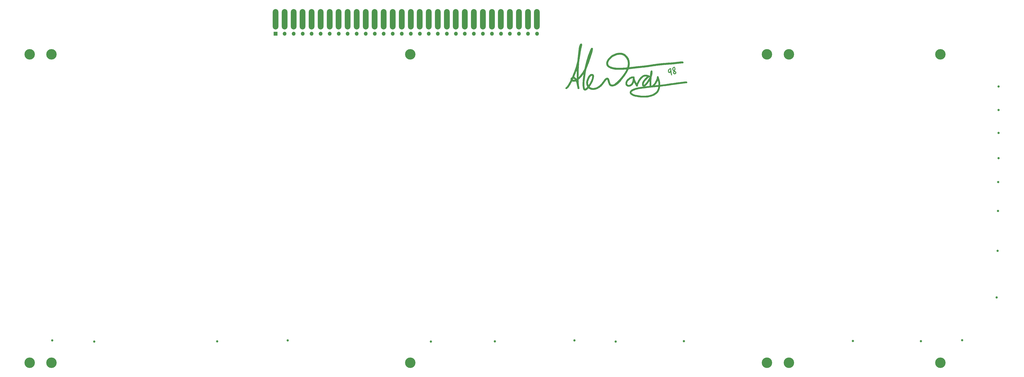
<source format=gbr>
%TF.GenerationSoftware,KiCad,Pcbnew,(6.99.0-2452-gdb4f2d9dd8)*%
%TF.CreationDate,2022-09-13T14:43:30+02:00*%
%TF.ProjectId,BEAMal_Rev1,4245414d-616c-45f5-9265-76312e6b6963,rev?*%
%TF.SameCoordinates,PXe1237f8PYe7db780*%
%TF.FileFunction,Soldermask,Top*%
%TF.FilePolarity,Negative*%
%FSLAX46Y46*%
G04 Gerber Fmt 4.6, Leading zero omitted, Abs format (unit mm)*
G04 Created by KiCad (PCBNEW (6.99.0-2452-gdb4f2d9dd8)) date 2022-09-13 14:43:30*
%MOMM*%
%LPD*%
G01*
G04 APERTURE LIST*
%ADD10C,1.000000*%
%ADD11C,4.600000*%
%ADD12O,2.500000X8.970000*%
%ADD13R,1.700000X1.700000*%
%ADD14O,1.700000X1.700000*%
G04 APERTURE END LIST*
%TO.C,G\u002A\u002A\u002A*%
G36*
X365291451Y-141195909D02*
G01*
X365303525Y-141136286D01*
X365366668Y-140948274D01*
X365460901Y-140772389D01*
X365582234Y-140613759D01*
X365726678Y-140477514D01*
X365890243Y-140368784D01*
X365907661Y-140359536D01*
X366047873Y-140293024D01*
X366168773Y-140250555D01*
X366277091Y-140230903D01*
X366379555Y-140232840D01*
X366481863Y-140254828D01*
X366580642Y-140296974D01*
X366658212Y-140354709D01*
X366712232Y-140423032D01*
X366740363Y-140496942D01*
X366740262Y-140571438D01*
X366709591Y-140641519D01*
X366679061Y-140676168D01*
X366631649Y-140720107D01*
X366671285Y-140747869D01*
X366704965Y-140777718D01*
X366729935Y-140817200D01*
X366747879Y-140872319D01*
X366760482Y-140949081D01*
X366769428Y-141053490D01*
X366772605Y-141109072D01*
X366791804Y-141436150D01*
X366814213Y-141730657D01*
X366840316Y-141996203D01*
X366870602Y-142236399D01*
X366905556Y-142454856D01*
X366945665Y-142655187D01*
X366991415Y-142841001D01*
X367018988Y-142937747D01*
X367047676Y-143037686D01*
X367064825Y-143110766D01*
X367071006Y-143164335D01*
X367066788Y-143205737D01*
X367052744Y-143242321D01*
X367043898Y-143258278D01*
X366986664Y-143324402D01*
X366915181Y-143359223D01*
X366835639Y-143361423D01*
X366754226Y-143329680D01*
X366743033Y-143322453D01*
X366712513Y-143299047D01*
X366688557Y-143271590D01*
X366667126Y-143232567D01*
X366644180Y-143174464D01*
X366615678Y-143089767D01*
X366612284Y-143079291D01*
X366556529Y-142885047D01*
X366505238Y-142663009D01*
X366460181Y-142421570D01*
X366427517Y-142202933D01*
X366396976Y-141972365D01*
X366328257Y-142068330D01*
X366233774Y-142176854D01*
X366127323Y-142258435D01*
X366013521Y-142311395D01*
X365896986Y-142334058D01*
X365782336Y-142324747D01*
X365701054Y-142296107D01*
X365608681Y-142234743D01*
X365518657Y-142144378D01*
X365436051Y-142032194D01*
X365365929Y-141905373D01*
X365313360Y-141771097D01*
X365301658Y-141730005D01*
X365281081Y-141612372D01*
X365272551Y-141474697D01*
X365274078Y-141411557D01*
X365700175Y-141411557D01*
X365704481Y-141552980D01*
X365735714Y-141681637D01*
X365741226Y-141695517D01*
X365771167Y-141757091D01*
X365807178Y-141816437D01*
X365843152Y-141864901D01*
X365872987Y-141893832D01*
X365884287Y-141898286D01*
X365909742Y-141886049D01*
X365945214Y-141855864D01*
X365952467Y-141848393D01*
X366024653Y-141758282D01*
X366092262Y-141645628D01*
X366156432Y-141507685D01*
X366218301Y-141341708D01*
X366279007Y-141144954D01*
X366339690Y-140914676D01*
X366339697Y-140914647D01*
X366360021Y-140843452D01*
X366381563Y-140798042D01*
X366409813Y-140768171D01*
X366423062Y-140759006D01*
X366476425Y-140725218D01*
X366403692Y-140692420D01*
X366315571Y-140668349D01*
X366264416Y-140670420D01*
X366190750Y-140693532D01*
X366104184Y-140737908D01*
X366015267Y-140797117D01*
X365934549Y-140864733D01*
X365916799Y-140882286D01*
X365831108Y-140992731D01*
X365765260Y-141123228D01*
X365721025Y-141265571D01*
X365700175Y-141411557D01*
X365274078Y-141411557D01*
X365276022Y-141331153D01*
X365291451Y-141195909D01*
G37*
G36*
X367567855Y-141978097D02*
G01*
X367620764Y-141806623D01*
X367671580Y-141671709D01*
X367722955Y-141544500D01*
X367606586Y-141438446D01*
X367463259Y-141287958D01*
X367345966Y-141123127D01*
X367258346Y-140949764D01*
X367211992Y-140808555D01*
X367185920Y-140633320D01*
X367188940Y-140510028D01*
X367622783Y-140510028D01*
X367627005Y-140646356D01*
X367655583Y-140775378D01*
X367681423Y-140838689D01*
X367710902Y-140889486D01*
X367752462Y-140949388D01*
X367800100Y-141011100D01*
X367847812Y-141067330D01*
X367889595Y-141110787D01*
X367919446Y-141134176D01*
X367926413Y-141136286D01*
X367939676Y-141120727D01*
X367962006Y-141079372D01*
X367989216Y-141020206D01*
X367997443Y-141000805D01*
X368060408Y-140821627D01*
X368094609Y-140651542D01*
X368101829Y-140480058D01*
X368097720Y-140410572D01*
X368088706Y-140296800D01*
X368083819Y-140212789D01*
X368083018Y-140152256D01*
X368086263Y-140108916D01*
X368093516Y-140076485D01*
X368095573Y-140070393D01*
X368101677Y-140046443D01*
X368092556Y-140034343D01*
X368060523Y-140030067D01*
X368017640Y-140029572D01*
X367910799Y-140041272D01*
X367824560Y-140078773D01*
X367750824Y-140145680D01*
X367747387Y-140149782D01*
X367683860Y-140252482D01*
X367642030Y-140375650D01*
X367622783Y-140510028D01*
X367188940Y-140510028D01*
X367190393Y-140450724D01*
X367223692Y-140268887D01*
X367284100Y-140095926D01*
X367369899Y-139939963D01*
X367406389Y-139889899D01*
X367505444Y-139780501D01*
X367611469Y-139698883D01*
X367730368Y-139642452D01*
X367868046Y-139608616D01*
X368030410Y-139594784D01*
X368080212Y-139594143D01*
X368180297Y-139596853D01*
X368251916Y-139606671D01*
X368302597Y-139626127D01*
X368339871Y-139657750D01*
X368362302Y-139688941D01*
X368388234Y-139763171D01*
X368382929Y-139844434D01*
X368352989Y-139912963D01*
X368340612Y-139938684D01*
X368348925Y-139957679D01*
X368383528Y-139979986D01*
X368393352Y-139985328D01*
X368435054Y-140013836D01*
X368466173Y-140052045D01*
X368489177Y-140106228D01*
X368506534Y-140182664D01*
X368520711Y-140287628D01*
X368523863Y-140317252D01*
X368531349Y-140565831D01*
X368503200Y-140812003D01*
X368440053Y-141052348D01*
X368344608Y-141279375D01*
X368290190Y-141387176D01*
X368375845Y-141440592D01*
X368438597Y-141479217D01*
X368514143Y-141525008D01*
X368572393Y-141559871D01*
X368702508Y-141654793D01*
X368807315Y-141768168D01*
X368883501Y-141895324D01*
X368927755Y-142031589D01*
X368933834Y-142069620D01*
X368934622Y-142161637D01*
X368919279Y-142270016D01*
X368890765Y-142380259D01*
X368852038Y-142477869D01*
X368849478Y-142482960D01*
X368791937Y-142569793D01*
X368710173Y-142659155D01*
X368614263Y-142741733D01*
X368514282Y-142808215D01*
X368476357Y-142827772D01*
X368355021Y-142870459D01*
X368224568Y-142892287D01*
X368096383Y-142892517D01*
X367981854Y-142870413D01*
X367956992Y-142861432D01*
X367816411Y-142785766D01*
X367697152Y-142680891D01*
X367599885Y-142547435D01*
X367577216Y-142506072D01*
X367546657Y-142441214D01*
X367529872Y-142385963D01*
X367523173Y-142323792D01*
X367522566Y-142261143D01*
X367522636Y-142260394D01*
X367955484Y-142260394D01*
X367963424Y-142309084D01*
X368004722Y-142382116D01*
X368068280Y-142432505D01*
X368146393Y-142458070D01*
X368231356Y-142456631D01*
X368315464Y-142426007D01*
X368334598Y-142414119D01*
X368410554Y-142354134D01*
X368459468Y-142292438D01*
X368489509Y-142218803D01*
X368501771Y-142148881D01*
X368494050Y-142087341D01*
X368463336Y-142029892D01*
X368406618Y-141972240D01*
X368320886Y-141910092D01*
X368236924Y-141858643D01*
X368091777Y-141773815D01*
X368043672Y-141899704D01*
X367992624Y-142047802D01*
X367963199Y-142168184D01*
X367955484Y-142260394D01*
X367522636Y-142260394D01*
X367534687Y-142131327D01*
X367567855Y-141978097D01*
G37*
G36*
X358574825Y-147568541D02*
G01*
X358633540Y-147513304D01*
X358919871Y-147217107D01*
X359190776Y-146889909D01*
X359444673Y-146534254D01*
X359679979Y-146152682D01*
X359895112Y-145747736D01*
X360088490Y-145321956D01*
X360237565Y-144937214D01*
X360296309Y-144761699D01*
X360339624Y-144603132D01*
X360370700Y-144447317D01*
X360392728Y-144280058D01*
X360398405Y-144221610D01*
X360410362Y-144107310D01*
X360424441Y-144021199D01*
X360443458Y-143955188D01*
X360470228Y-143901186D01*
X360507566Y-143851104D01*
X360539521Y-143816106D01*
X360629186Y-143746912D01*
X360731743Y-143709720D01*
X360841860Y-143705156D01*
X360954204Y-143733845D01*
X361009727Y-143760959D01*
X361089667Y-143823250D01*
X361150781Y-143909764D01*
X361196011Y-144024954D01*
X361204417Y-144055741D01*
X361216576Y-144100861D01*
X361237530Y-144175789D01*
X361265845Y-144275518D01*
X361300089Y-144395041D01*
X361338828Y-144529352D01*
X361380630Y-144673444D01*
X361412117Y-144781455D01*
X361502845Y-145096196D01*
X361581965Y-145380348D01*
X361650157Y-145637464D01*
X361708101Y-145871097D01*
X361756478Y-146084799D01*
X361795968Y-146282123D01*
X361827250Y-146466621D01*
X361851005Y-146641847D01*
X361867914Y-146811353D01*
X361878656Y-146978693D01*
X361883911Y-147147417D01*
X361884714Y-147249913D01*
X361885369Y-147358937D01*
X361887600Y-147436202D01*
X361891806Y-147486212D01*
X361898388Y-147513476D01*
X361907745Y-147522499D01*
X361908894Y-147522572D01*
X361935568Y-147520408D01*
X361994196Y-147514242D01*
X362080727Y-147504561D01*
X362191108Y-147491855D01*
X362321287Y-147476612D01*
X362467212Y-147459318D01*
X362624830Y-147440464D01*
X362790090Y-147420536D01*
X362958939Y-147400024D01*
X363127326Y-147379415D01*
X363291196Y-147359197D01*
X363446500Y-147339860D01*
X363589184Y-147321890D01*
X363715197Y-147305776D01*
X363798785Y-147294879D01*
X363897866Y-147281528D01*
X364028709Y-147263447D01*
X364187185Y-147241224D01*
X364369163Y-147215453D01*
X364570512Y-147186723D01*
X364787102Y-147155627D01*
X365014803Y-147122754D01*
X365249484Y-147088696D01*
X365487014Y-147054044D01*
X365694714Y-147023588D01*
X366235447Y-146944337D01*
X366742246Y-146870574D01*
X367217005Y-146802037D01*
X367661617Y-146738468D01*
X368077977Y-146679608D01*
X368467977Y-146625197D01*
X368833513Y-146574977D01*
X369176478Y-146528688D01*
X369498765Y-146486070D01*
X369802268Y-146446865D01*
X370088882Y-146410813D01*
X370360500Y-146377656D01*
X370619016Y-146347133D01*
X370729357Y-146334442D01*
X370861511Y-146318793D01*
X371019765Y-146299121D01*
X371194320Y-146276702D01*
X371375378Y-146252811D01*
X371553142Y-146228722D01*
X371709071Y-146206955D01*
X371943479Y-146174056D01*
X372146747Y-146146514D01*
X372323552Y-146123874D01*
X372478570Y-146105679D01*
X372616480Y-146091473D01*
X372741958Y-146080800D01*
X372859681Y-146073204D01*
X372974326Y-146068229D01*
X373090570Y-146065419D01*
X373169571Y-146064535D01*
X373523357Y-146062072D01*
X373607741Y-146120673D01*
X373689136Y-146197480D01*
X373744090Y-146291969D01*
X373772036Y-146396972D01*
X373772410Y-146505317D01*
X373744643Y-146609836D01*
X373688172Y-146703359D01*
X373656411Y-146737027D01*
X373615175Y-146770507D01*
X373568555Y-146796374D01*
X373510852Y-146815937D01*
X373436371Y-146830504D01*
X373339413Y-146841387D01*
X373214282Y-146849895D01*
X373151428Y-146853099D01*
X373027233Y-146859395D01*
X372913286Y-146866180D01*
X372804304Y-146874016D01*
X372695003Y-146883464D01*
X372580099Y-146895084D01*
X372454309Y-146909437D01*
X372312349Y-146927085D01*
X372148936Y-146948587D01*
X371958787Y-146974505D01*
X371799785Y-146996574D01*
X371622878Y-147020859D01*
X371431661Y-147046417D01*
X371235629Y-147072025D01*
X371044277Y-147096462D01*
X370867100Y-147118505D01*
X370713593Y-147136930D01*
X370674928Y-147141415D01*
X370475336Y-147164660D01*
X370269754Y-147189274D01*
X370056352Y-147215510D01*
X369833299Y-147243620D01*
X369598764Y-147273860D01*
X369350917Y-147306482D01*
X369087926Y-147341739D01*
X368807962Y-147379886D01*
X368509192Y-147421175D01*
X368189788Y-147465861D01*
X367847917Y-147514197D01*
X367481749Y-147566437D01*
X367089453Y-147622833D01*
X366669199Y-147683640D01*
X366219156Y-147749111D01*
X365737494Y-147819499D01*
X365222380Y-147895059D01*
X365050642Y-147920303D01*
X364522130Y-147996387D01*
X364007690Y-148066973D01*
X363493390Y-148133893D01*
X362965299Y-148198979D01*
X362628571Y-148238782D01*
X362469928Y-148257348D01*
X362321507Y-148274894D01*
X362187421Y-148290922D01*
X362071779Y-148304932D01*
X361978693Y-148316425D01*
X361912274Y-148324903D01*
X361876632Y-148329865D01*
X361872711Y-148330560D01*
X361844882Y-148345680D01*
X361828270Y-148382311D01*
X361821728Y-148416050D01*
X361747989Y-148837704D01*
X361659895Y-149227648D01*
X361556713Y-149587803D01*
X361437708Y-149920091D01*
X361302146Y-150226435D01*
X361149294Y-150508757D01*
X360978416Y-150768978D01*
X360867166Y-150915010D01*
X360770537Y-151030079D01*
X360672384Y-151135525D01*
X360564977Y-151238863D01*
X360440585Y-151347610D01*
X360322978Y-151444088D01*
X359941885Y-151728606D01*
X359540082Y-151986381D01*
X359116911Y-152217646D01*
X358671710Y-152422631D01*
X358203819Y-152601566D01*
X357712578Y-152754682D01*
X357197327Y-152882210D01*
X356657406Y-152984379D01*
X356092154Y-153061422D01*
X355552857Y-153110051D01*
X355446621Y-153115623D01*
X355310541Y-153119932D01*
X355151037Y-153122984D01*
X354974530Y-153124787D01*
X354787438Y-153125346D01*
X354596182Y-153124667D01*
X354407181Y-153122756D01*
X354226856Y-153119620D01*
X354061626Y-153115264D01*
X353917912Y-153109695D01*
X353892785Y-153108460D01*
X353578273Y-153088724D01*
X353251366Y-153060894D01*
X352907639Y-153024456D01*
X352542667Y-152978897D01*
X352152025Y-152923702D01*
X351731287Y-152858360D01*
X351715643Y-152855831D01*
X351362100Y-152793959D01*
X351038886Y-152727149D01*
X350740184Y-152653649D01*
X350460175Y-152571706D01*
X350193044Y-152479567D01*
X349932971Y-152375478D01*
X349674141Y-152257688D01*
X349583857Y-152213442D01*
X349321045Y-152071042D01*
X349093862Y-151923531D01*
X348901955Y-151770492D01*
X348744974Y-151611510D01*
X348622566Y-151446169D01*
X348534379Y-151274053D01*
X348480061Y-151094746D01*
X348459261Y-150907832D01*
X348459000Y-150883819D01*
X348460111Y-150871140D01*
X349257285Y-150871140D01*
X349265910Y-150940458D01*
X349294262Y-151007906D01*
X349346053Y-151079602D01*
X349424999Y-151161660D01*
X349445266Y-151180680D01*
X349586391Y-151295001D01*
X349759771Y-151407899D01*
X349961372Y-151517734D01*
X350187164Y-151622868D01*
X350433116Y-151721660D01*
X350695195Y-151812471D01*
X350969371Y-151893661D01*
X351251611Y-151963590D01*
X351488857Y-152011858D01*
X352040791Y-152106240D01*
X352579408Y-152185162D01*
X353100391Y-152248116D01*
X353599426Y-152294597D01*
X354072195Y-152324099D01*
X354192143Y-152328993D01*
X354333250Y-152333637D01*
X354461546Y-152336742D01*
X354584104Y-152338256D01*
X354707998Y-152338128D01*
X354840299Y-152336307D01*
X354988081Y-152332743D01*
X355158418Y-152327384D01*
X355344214Y-152320710D01*
X355595888Y-152306949D01*
X355866233Y-152284372D01*
X356144030Y-152254314D01*
X356418059Y-152218107D01*
X356677101Y-152177083D01*
X356886357Y-152137518D01*
X357381385Y-152020951D01*
X357848994Y-151881757D01*
X358290659Y-151719264D01*
X358707854Y-151532798D01*
X359102052Y-151321685D01*
X359474727Y-151085251D01*
X359827352Y-150822824D01*
X359909268Y-150755810D01*
X360103932Y-150575699D01*
X360278771Y-150375319D01*
X360435087Y-150152347D01*
X360574184Y-149904459D01*
X360697363Y-149629329D01*
X360805925Y-149324635D01*
X360901175Y-148988051D01*
X360902427Y-148983072D01*
X360928893Y-148873768D01*
X360953639Y-148764352D01*
X360975455Y-148660981D01*
X360993132Y-148569815D01*
X361005461Y-148497010D01*
X361011232Y-148448726D01*
X361010568Y-148432399D01*
X360991795Y-148430775D01*
X360941253Y-148432636D01*
X360863255Y-148437658D01*
X360762118Y-148445515D01*
X360642156Y-148455880D01*
X360507684Y-148468430D01*
X360424214Y-148476634D01*
X360258607Y-148493141D01*
X360066889Y-148512141D01*
X359859067Y-148532647D01*
X359645150Y-148553675D01*
X359435145Y-148574241D01*
X359239059Y-148593360D01*
X359163285Y-148600718D01*
X358729340Y-148643272D01*
X358299538Y-148686336D01*
X357877008Y-148729568D01*
X357464880Y-148772626D01*
X357066284Y-148815167D01*
X356684351Y-148856849D01*
X356322210Y-148897329D01*
X355982991Y-148936265D01*
X355669824Y-148973314D01*
X355385838Y-149008134D01*
X355134165Y-149040382D01*
X355081143Y-149047404D01*
X354995540Y-149058646D01*
X354881050Y-149073423D01*
X354744798Y-149090829D01*
X354593908Y-149109960D01*
X354435507Y-149129909D01*
X354276718Y-149149771D01*
X354228428Y-149155782D01*
X353822726Y-149207364D01*
X353450302Y-149257279D01*
X353108223Y-149306146D01*
X352793552Y-149354584D01*
X352503356Y-149403212D01*
X352234699Y-149452650D01*
X351984647Y-149503516D01*
X351750265Y-149556431D01*
X351528617Y-149612012D01*
X351316770Y-149670880D01*
X351111788Y-149733653D01*
X350910736Y-149800951D01*
X350710680Y-149873393D01*
X350568445Y-149927971D01*
X350285820Y-150043901D01*
X350038715Y-150156281D01*
X349826581Y-150265506D01*
X349648866Y-150371972D01*
X349505021Y-150476076D01*
X349394496Y-150578212D01*
X349316740Y-150678777D01*
X349271204Y-150778166D01*
X349257285Y-150871140D01*
X348460111Y-150871140D01*
X348476744Y-150681267D01*
X348529763Y-150486141D01*
X348617733Y-150298833D01*
X348740330Y-150119735D01*
X348897231Y-149949240D01*
X349088112Y-149787740D01*
X349312650Y-149635626D01*
X349570522Y-149493292D01*
X349629214Y-149464520D01*
X349885371Y-149348097D01*
X350170362Y-149230637D01*
X350476946Y-149114999D01*
X350779591Y-149010107D01*
X350967437Y-148949625D01*
X351156478Y-148892874D01*
X351349445Y-148839340D01*
X351549071Y-148788514D01*
X351758087Y-148739883D01*
X351979226Y-148692936D01*
X352215220Y-148647162D01*
X352468802Y-148602048D01*
X352742703Y-148557083D01*
X353039655Y-148511755D01*
X353362392Y-148465554D01*
X353713645Y-148417967D01*
X354096146Y-148368483D01*
X354428000Y-148326999D01*
X354691071Y-148294545D01*
X354569880Y-148280709D01*
X354478233Y-148261462D01*
X354931184Y-148261462D01*
X354940888Y-148262880D01*
X354978818Y-148258370D01*
X354981357Y-148258037D01*
X355024409Y-148252506D01*
X355095295Y-148243535D01*
X355185839Y-148232152D01*
X355287865Y-148219387D01*
X355344214Y-148212362D01*
X355444778Y-148200094D01*
X355569389Y-148185298D01*
X355712951Y-148168545D01*
X355870367Y-148150407D01*
X356036541Y-148131456D01*
X356206375Y-148112263D01*
X356374773Y-148093399D01*
X356536639Y-148075436D01*
X356686876Y-148058945D01*
X356820388Y-148044498D01*
X356932077Y-148032665D01*
X357016848Y-148024020D01*
X357061425Y-148019820D01*
X357130293Y-148012617D01*
X357185478Y-148004607D01*
X357216604Y-147997341D01*
X357218750Y-147996294D01*
X357225664Y-147971057D01*
X357217891Y-147913657D01*
X357206968Y-147867096D01*
X357200085Y-147836684D01*
X357194307Y-147801263D01*
X357189542Y-147757581D01*
X357185696Y-147702386D01*
X357182675Y-147632427D01*
X357180387Y-147544452D01*
X357178737Y-147435209D01*
X357177633Y-147301446D01*
X357176980Y-147139912D01*
X357176686Y-146947355D01*
X357176643Y-146811363D01*
X357176429Y-146631205D01*
X357175817Y-146462893D01*
X357174846Y-146309745D01*
X357173558Y-146175078D01*
X357171993Y-146062210D01*
X357170193Y-145974459D01*
X357168199Y-145915141D01*
X357166050Y-145887574D01*
X357165231Y-145886078D01*
X357151807Y-145904626D01*
X357121675Y-145948160D01*
X357078353Y-146011538D01*
X357025359Y-146089618D01*
X356976581Y-146161857D01*
X356750851Y-146484169D01*
X356496444Y-146823762D01*
X356215168Y-147178234D01*
X356180282Y-147220940D01*
X356008846Y-147425687D01*
X355852852Y-147601854D01*
X355709238Y-147752075D01*
X355574941Y-147878983D01*
X355446898Y-147985210D01*
X355322046Y-148073390D01*
X355197322Y-148146156D01*
X355069665Y-148206141D01*
X355004209Y-148232003D01*
X354951644Y-148251906D01*
X354931184Y-148261462D01*
X354478233Y-148261462D01*
X354400838Y-148245208D01*
X354250826Y-148180617D01*
X354122316Y-148088924D01*
X354017778Y-147972119D01*
X353939683Y-147832192D01*
X353909866Y-147749357D01*
X353882140Y-147625532D01*
X353864494Y-147479782D01*
X353857887Y-147325303D01*
X353858562Y-147306508D01*
X354649253Y-147306508D01*
X354650143Y-147396951D01*
X354663583Y-147455386D01*
X354689731Y-147482889D01*
X354705500Y-147485466D01*
X354745593Y-147476665D01*
X354799474Y-147455472D01*
X354821469Y-147444645D01*
X354915066Y-147384607D01*
X355024615Y-147295633D01*
X355148035Y-147180274D01*
X355283247Y-147041084D01*
X355428170Y-146880614D01*
X355580726Y-146701416D01*
X355738834Y-146506042D01*
X355900414Y-146297046D01*
X356063387Y-146076978D01*
X356225673Y-145848391D01*
X356385191Y-145613838D01*
X356539863Y-145375870D01*
X356645573Y-145206278D01*
X356724768Y-145073969D01*
X356806035Y-144932959D01*
X356887332Y-144787256D01*
X356966620Y-144640865D01*
X357041855Y-144497795D01*
X357110996Y-144362052D01*
X357172003Y-144237643D01*
X357222833Y-144128575D01*
X357261446Y-144038856D01*
X357285800Y-143972491D01*
X357293861Y-143933772D01*
X357287734Y-143926558D01*
X357273112Y-143949468D01*
X357269170Y-143958117D01*
X357247026Y-143998892D01*
X357214095Y-144040778D01*
X357166739Y-144086807D01*
X357101321Y-144140013D01*
X357014204Y-144203431D01*
X356901751Y-144280095D01*
X356812715Y-144338881D01*
X356682111Y-144426242D01*
X356571491Y-144505231D01*
X356470273Y-144584181D01*
X356367876Y-144671426D01*
X356253719Y-144775301D01*
X356227307Y-144799965D01*
X355922519Y-145097580D01*
X355649364Y-145389468D01*
X355408239Y-145675024D01*
X355199542Y-145953643D01*
X355023670Y-146224722D01*
X354881020Y-146487656D01*
X354771989Y-146741840D01*
X354696976Y-146986670D01*
X354660753Y-147182981D01*
X354649253Y-147306508D01*
X353858562Y-147306508D01*
X353863278Y-147175293D01*
X353865972Y-147146107D01*
X353911136Y-146862486D01*
X353988563Y-146576130D01*
X354098727Y-146286104D01*
X354242096Y-145991470D01*
X354419144Y-145691290D01*
X354630342Y-145384627D01*
X354876160Y-145070545D01*
X354960119Y-144970765D01*
X355101988Y-144809952D01*
X355260270Y-144639312D01*
X355426112Y-144467939D01*
X355590661Y-144304924D01*
X355745066Y-144159364D01*
X355786664Y-144121730D01*
X355856140Y-144057936D01*
X355913424Y-144002202D01*
X355954154Y-143959028D01*
X355973966Y-143932915D01*
X355974716Y-143927711D01*
X355942266Y-143912912D01*
X355879704Y-143899383D01*
X355793200Y-143887781D01*
X355688921Y-143878763D01*
X355573037Y-143872988D01*
X355451716Y-143871112D01*
X355444000Y-143871140D01*
X355252086Y-143878451D01*
X355082265Y-143900327D01*
X354922273Y-143939652D01*
X354759850Y-143999311D01*
X354614686Y-144066198D01*
X354444917Y-144159429D01*
X354278225Y-144270388D01*
X354113294Y-144400680D01*
X353948806Y-144551906D01*
X353783443Y-144725668D01*
X353615887Y-144923569D01*
X353444822Y-145147212D01*
X353268929Y-145398199D01*
X353086891Y-145678133D01*
X352897392Y-145988615D01*
X352699112Y-146331250D01*
X352585948Y-146533786D01*
X352459942Y-146767022D01*
X352354135Y-146974682D01*
X352267100Y-147160329D01*
X352197411Y-147327528D01*
X352143642Y-147479840D01*
X352104368Y-147620829D01*
X352078163Y-147754058D01*
X352068685Y-147826415D01*
X352054956Y-147938193D01*
X352039789Y-148021668D01*
X352020672Y-148084807D01*
X351995092Y-148135578D01*
X351960536Y-148181947D01*
X351954270Y-148189190D01*
X351867757Y-148262092D01*
X351766485Y-148305912D01*
X351657834Y-148320305D01*
X351549186Y-148304924D01*
X351447920Y-148259424D01*
X351391695Y-148215573D01*
X351354557Y-148171461D01*
X351314251Y-148110156D01*
X351290625Y-148066857D01*
X351251797Y-147993385D01*
X351205370Y-147912610D01*
X351177435Y-147867286D01*
X351149980Y-147821784D01*
X351108004Y-147748769D01*
X351053992Y-147652782D01*
X350990427Y-147538365D01*
X350919792Y-147410059D01*
X350844572Y-147272406D01*
X350767249Y-147129948D01*
X350690308Y-146987226D01*
X350616233Y-146848782D01*
X350547506Y-146719158D01*
X350499314Y-146627293D01*
X350454198Y-146542725D01*
X350414664Y-146472263D01*
X350383711Y-146420968D01*
X350364338Y-146393898D01*
X350359492Y-146391436D01*
X350349535Y-146416060D01*
X350333026Y-146463598D01*
X350319034Y-146506572D01*
X350245611Y-146698362D01*
X350145443Y-146900514D01*
X350023435Y-147105644D01*
X349884493Y-147306368D01*
X349733523Y-147495303D01*
X349575430Y-147665065D01*
X349505242Y-147731453D01*
X349272849Y-147922668D01*
X349035780Y-148080038D01*
X348795147Y-148203217D01*
X348552062Y-148291859D01*
X348307637Y-148345620D01*
X348062985Y-148364154D01*
X347819218Y-148347116D01*
X347638128Y-148310911D01*
X347453249Y-148247774D01*
X347273057Y-148156618D01*
X347103536Y-148042189D01*
X346950675Y-147909232D01*
X346820460Y-147762492D01*
X346718878Y-147606714D01*
X346698176Y-147565903D01*
X346630648Y-147384758D01*
X346589853Y-147184236D01*
X346575058Y-146968673D01*
X346578028Y-146904495D01*
X347373682Y-146904495D01*
X347374907Y-147019692D01*
X347386032Y-147115539D01*
X347396191Y-147155345D01*
X347450922Y-147264858D01*
X347536613Y-147363983D01*
X347648533Y-147448880D01*
X347781952Y-147515712D01*
X347880466Y-147548325D01*
X347968347Y-147567693D01*
X348050167Y-147574521D01*
X348140762Y-147569225D01*
X348221017Y-147557936D01*
X348385115Y-147514848D01*
X348553559Y-147440256D01*
X348722417Y-147337987D01*
X348887759Y-147211868D01*
X349045654Y-147065725D01*
X349192172Y-146903383D01*
X349323383Y-146728669D01*
X349435355Y-146545410D01*
X349524158Y-146357432D01*
X349561970Y-146252572D01*
X349655118Y-145919422D01*
X349729508Y-145566439D01*
X349782899Y-145206098D01*
X349812721Y-144857216D01*
X349825446Y-144613932D01*
X349709049Y-144624801D01*
X349549893Y-144652592D01*
X349372619Y-144706717D01*
X349181499Y-144784958D01*
X348980805Y-144885098D01*
X348774810Y-145004917D01*
X348567785Y-145142198D01*
X348364004Y-145294722D01*
X348268500Y-145372778D01*
X348031515Y-145588666D01*
X347830637Y-145807277D01*
X347665782Y-146028729D01*
X347536866Y-146253140D01*
X347443802Y-146480625D01*
X347424735Y-146542857D01*
X347399062Y-146656073D01*
X347381889Y-146779954D01*
X347373682Y-146904495D01*
X346578028Y-146904495D01*
X346585530Y-146742404D01*
X346620537Y-146509765D01*
X346679344Y-146275090D01*
X346761219Y-146042714D01*
X346865429Y-145816975D01*
X346991240Y-145602205D01*
X347043035Y-145526506D01*
X347218520Y-145300954D01*
X347417593Y-145081235D01*
X347636075Y-144870253D01*
X347869788Y-144670914D01*
X348114554Y-144486123D01*
X348366195Y-144318786D01*
X348620533Y-144171807D01*
X348873388Y-144048092D01*
X349120583Y-143950546D01*
X349357940Y-143882075D01*
X349429643Y-143867060D01*
X349580247Y-143841880D01*
X349702945Y-143829152D01*
X349803823Y-143828643D01*
X349888971Y-143840114D01*
X349920067Y-143848027D01*
X349990633Y-143864998D01*
X350041760Y-143867254D01*
X350078405Y-143858798D01*
X350186373Y-143839263D01*
X350298232Y-143850496D01*
X350403119Y-143890165D01*
X350479054Y-143944856D01*
X350530560Y-144002615D01*
X350566578Y-144067162D01*
X350590183Y-144147023D01*
X350604451Y-144250723D01*
X350608397Y-144303400D01*
X350628054Y-144539741D01*
X350657627Y-144760975D01*
X350698986Y-144973866D01*
X350754005Y-145185180D01*
X350824556Y-145401680D01*
X350912510Y-145630131D01*
X351019739Y-145877299D01*
X351080050Y-146007643D01*
X351118563Y-146087220D01*
X351167806Y-146185652D01*
X351224182Y-146296069D01*
X351284091Y-146411604D01*
X351343936Y-146525390D01*
X351400117Y-146630558D01*
X351449036Y-146720241D01*
X351487094Y-146787572D01*
X351500331Y-146809744D01*
X351509958Y-146822165D01*
X351520518Y-146824423D01*
X351534585Y-146812795D01*
X351554733Y-146783560D01*
X351583536Y-146732995D01*
X351623568Y-146657379D01*
X351675989Y-146555744D01*
X351909302Y-146114400D01*
X352140246Y-145703952D01*
X352368326Y-145325143D01*
X352593046Y-144978720D01*
X352813910Y-144665427D01*
X353030423Y-144386008D01*
X353242088Y-144141210D01*
X353374737Y-144003095D01*
X353622791Y-143774028D01*
X353872529Y-143579500D01*
X354127012Y-143417789D01*
X354389299Y-143287173D01*
X354662450Y-143185932D01*
X354949523Y-143112343D01*
X354962785Y-143109661D01*
X355118258Y-143086367D01*
X355296562Y-143072543D01*
X355485478Y-143068269D01*
X355672787Y-143073627D01*
X355846270Y-143088699D01*
X355942513Y-143103136D01*
X356068046Y-143129400D01*
X356212112Y-143165156D01*
X356363416Y-143207145D01*
X356510664Y-143252106D01*
X356642563Y-143296782D01*
X356730102Y-143330401D01*
X356800143Y-143357049D01*
X356862992Y-143376757D01*
X356906740Y-143385869D01*
X356911531Y-143386101D01*
X357014355Y-143402635D01*
X357112284Y-143447677D01*
X357196798Y-143515045D01*
X357259377Y-143598554D01*
X357283528Y-143656075D01*
X357308429Y-143739786D01*
X357318802Y-143676286D01*
X357323598Y-143641615D01*
X357331813Y-143576352D01*
X357342791Y-143485963D01*
X357355876Y-143375913D01*
X357370411Y-143251667D01*
X357385255Y-143122929D01*
X357413057Y-142886663D01*
X357441197Y-142659994D01*
X357469131Y-142446728D01*
X357496316Y-142250670D01*
X357522207Y-142075627D01*
X357546261Y-141925406D01*
X357567934Y-141803812D01*
X357586147Y-141716901D01*
X357634103Y-141550372D01*
X357691956Y-141417529D01*
X357761123Y-141316777D01*
X357843016Y-141246522D01*
X357939052Y-141205169D01*
X358050644Y-141191125D01*
X358052618Y-141191113D01*
X358174460Y-141205578D01*
X358276310Y-141250280D01*
X358358697Y-141325531D01*
X358406554Y-141399357D01*
X358417148Y-141420997D01*
X358425528Y-141443785D01*
X358431917Y-141471951D01*
X358436539Y-141509724D01*
X358439618Y-141561335D01*
X358441378Y-141631012D01*
X358442042Y-141722985D01*
X358441834Y-141841484D01*
X358440978Y-141990737D01*
X358440619Y-142043429D01*
X358439311Y-142189124D01*
X358437506Y-142327626D01*
X358435316Y-142453543D01*
X358432855Y-142561479D01*
X358430236Y-142646040D01*
X358427572Y-142701831D01*
X358426536Y-142714714D01*
X358397352Y-142934872D01*
X358353365Y-143175437D01*
X358297182Y-143424977D01*
X358231407Y-143672059D01*
X358158644Y-143905253D01*
X358148651Y-143934403D01*
X358122852Y-144010428D01*
X358103226Y-144074498D01*
X358088382Y-144134512D01*
X358076929Y-144198365D01*
X358067475Y-144273956D01*
X358058628Y-144369181D01*
X358048997Y-144491939D01*
X358047946Y-144505903D01*
X358032149Y-144724758D01*
X358018619Y-144932021D01*
X358007091Y-145134058D01*
X357997301Y-145337232D01*
X357988985Y-145547908D01*
X357981880Y-145772450D01*
X357975720Y-146017222D01*
X357970243Y-146288590D01*
X357967565Y-146443072D01*
X357963740Y-146703415D01*
X357961552Y-146930015D01*
X357961136Y-147125383D01*
X357962624Y-147292031D01*
X357966151Y-147432470D01*
X357971851Y-147549211D01*
X357979858Y-147644767D01*
X357990305Y-147721647D01*
X358003327Y-147782364D01*
X358019058Y-147829430D01*
X358037631Y-147865354D01*
X358043919Y-147874529D01*
X358081264Y-147896514D01*
X358139404Y-147889098D01*
X358218084Y-147852437D01*
X358317051Y-147786687D01*
X358347595Y-147762384D01*
X359508000Y-147762384D01*
X359525294Y-147762453D01*
X359574208Y-147759051D01*
X359650289Y-147752632D01*
X359749084Y-147743651D01*
X359866140Y-147732563D01*
X359997005Y-147719823D01*
X360137225Y-147705885D01*
X360282347Y-147691204D01*
X360427919Y-147676235D01*
X360569488Y-147661432D01*
X360702601Y-147647251D01*
X360822805Y-147634145D01*
X360925648Y-147622570D01*
X361006675Y-147612980D01*
X361061435Y-147605830D01*
X361085474Y-147601575D01*
X361086141Y-147601230D01*
X361090720Y-147578273D01*
X361093181Y-147525108D01*
X361093715Y-147447739D01*
X361092511Y-147352169D01*
X361089759Y-147244404D01*
X361085649Y-147130447D01*
X361080371Y-147016302D01*
X361074115Y-146907974D01*
X361067071Y-146811466D01*
X361059428Y-146732782D01*
X361058414Y-146724286D01*
X361039120Y-146590106D01*
X361011775Y-146431888D01*
X360978561Y-146260403D01*
X360941658Y-146086427D01*
X360903249Y-145920731D01*
X360867367Y-145780857D01*
X360825321Y-145626643D01*
X360788985Y-145717357D01*
X360754372Y-145797028D01*
X360704935Y-145901571D01*
X360644083Y-146024489D01*
X360575226Y-146159284D01*
X360501774Y-146299457D01*
X360427138Y-146438510D01*
X360354728Y-146569945D01*
X360287953Y-146687264D01*
X360230224Y-146783968D01*
X360223955Y-146794057D01*
X360133171Y-146934580D01*
X360030772Y-147084977D01*
X359922543Y-147237300D01*
X359814268Y-147383599D01*
X359711731Y-147515926D01*
X359620718Y-147626331D01*
X359605983Y-147643288D01*
X359560776Y-147695644D01*
X359526604Y-147736831D01*
X359509136Y-147759957D01*
X359508000Y-147762384D01*
X358347595Y-147762384D01*
X358436049Y-147692003D01*
X358574825Y-147568541D01*
G37*
G36*
X322445183Y-145078095D02*
G01*
X322452479Y-144962074D01*
X322466285Y-144855478D01*
X322486138Y-144769489D01*
X322492695Y-144750684D01*
X322566429Y-144601805D01*
X322667702Y-144467496D01*
X322799153Y-144344921D01*
X322963418Y-144231246D01*
X322990994Y-144214820D01*
X323105785Y-144147687D01*
X323149472Y-144046952D01*
X324056857Y-144046952D01*
X324072462Y-144054328D01*
X324111864Y-144067617D01*
X324133964Y-144074346D01*
X324290911Y-144135722D01*
X324453965Y-144226991D01*
X324617454Y-144343728D01*
X324775707Y-144481504D01*
X324923050Y-144635892D01*
X325037340Y-144779437D01*
X325078597Y-144832931D01*
X325113724Y-144872532D01*
X325136074Y-144890860D01*
X325138116Y-144891329D01*
X325142342Y-144878907D01*
X325146260Y-144840610D01*
X325149898Y-144775240D01*
X325153285Y-144681596D01*
X325156447Y-144558481D01*
X325159413Y-144404695D01*
X325162210Y-144219041D01*
X325164866Y-144000319D01*
X325167409Y-143747330D01*
X325169099Y-143553822D01*
X325171274Y-143318394D01*
X325173904Y-143079796D01*
X325176910Y-142842667D01*
X325180216Y-142611648D01*
X325183746Y-142391377D01*
X325187423Y-142186495D01*
X325191171Y-142001640D01*
X325194914Y-141841453D01*
X325198574Y-141710573D01*
X325200364Y-141657180D01*
X325205146Y-141517757D01*
X325209053Y-141389628D01*
X325211983Y-141277398D01*
X325213833Y-141185672D01*
X325214501Y-141119054D01*
X325213886Y-141082149D01*
X325213218Y-141076608D01*
X325205053Y-141083406D01*
X325188604Y-141118786D01*
X325166423Y-141176698D01*
X325145972Y-141236072D01*
X325069133Y-141462464D01*
X324979451Y-141715839D01*
X324879232Y-141990207D01*
X324770780Y-142279577D01*
X324656400Y-142577959D01*
X324538394Y-142879363D01*
X324419069Y-143177799D01*
X324300728Y-143467275D01*
X324185676Y-143741803D01*
X324149048Y-143827574D01*
X324114544Y-143908297D01*
X324085918Y-143975907D01*
X324065856Y-144024012D01*
X324057044Y-144046224D01*
X324056857Y-144046952D01*
X323149472Y-144046952D01*
X323309676Y-143677552D01*
X323708845Y-142719976D01*
X324081062Y-141750893D01*
X324424964Y-140774450D01*
X324739191Y-139794794D01*
X325022379Y-138816070D01*
X325273169Y-137842426D01*
X325389221Y-137344429D01*
X325411572Y-137242836D01*
X325430746Y-137149927D01*
X325447530Y-137060176D01*
X325462713Y-136968053D01*
X325477083Y-136868031D01*
X325491429Y-136754583D01*
X325506539Y-136622181D01*
X325523200Y-136465297D01*
X325542202Y-136278404D01*
X325544461Y-136255857D01*
X325564642Y-136057798D01*
X325587860Y-135835976D01*
X325612931Y-135601322D01*
X325638672Y-135364769D01*
X325663898Y-135137248D01*
X325687425Y-134929691D01*
X325697727Y-134840714D01*
X325721764Y-134634762D01*
X325742175Y-134459565D01*
X325759544Y-134309838D01*
X325774453Y-134180298D01*
X325787487Y-134065659D01*
X325799228Y-133960635D01*
X325810260Y-133859943D01*
X325821168Y-133758297D01*
X325832533Y-133650412D01*
X325844940Y-133531003D01*
X325858972Y-133394786D01*
X325875213Y-133236476D01*
X325880006Y-133189715D01*
X325921555Y-132796151D01*
X325962001Y-132437411D01*
X326001547Y-132112057D01*
X326040396Y-131818649D01*
X326078753Y-131555749D01*
X326116821Y-131321919D01*
X326154803Y-131115719D01*
X326192903Y-130935713D01*
X326208292Y-130870431D01*
X326243185Y-130738127D01*
X326286997Y-130588964D01*
X326336940Y-130431138D01*
X326390226Y-130272848D01*
X326444066Y-130122287D01*
X326495673Y-129987653D01*
X326542259Y-129877143D01*
X326556943Y-129845509D01*
X326647767Y-129681611D01*
X326746231Y-129552925D01*
X326852754Y-129459102D01*
X326967752Y-129399795D01*
X327091644Y-129374655D01*
X327123000Y-129373667D01*
X327232607Y-129387548D01*
X327336385Y-129425933D01*
X327423940Y-129483930D01*
X327473612Y-129538657D01*
X327530391Y-129637205D01*
X327568658Y-129744095D01*
X327588418Y-129863072D01*
X327589676Y-129997877D01*
X327572440Y-130152255D01*
X327536714Y-130329948D01*
X327482504Y-130534701D01*
X327475159Y-130559900D01*
X327418033Y-130766292D01*
X327358156Y-131005218D01*
X327296206Y-131273087D01*
X327232865Y-131566310D01*
X327168812Y-131881298D01*
X327104725Y-132214461D01*
X327041287Y-132562209D01*
X326979175Y-132920953D01*
X326919069Y-133287103D01*
X326861651Y-133657069D01*
X326807598Y-134027262D01*
X326777877Y-134242000D01*
X326736941Y-134540774D01*
X326698854Y-134810863D01*
X326662417Y-135059642D01*
X326626433Y-135294484D01*
X326589703Y-135522765D01*
X326551029Y-135751859D01*
X326509211Y-135989141D01*
X326463053Y-136241984D01*
X326411356Y-136517764D01*
X326388723Y-136636857D01*
X326363415Y-136770700D01*
X326342332Y-136886008D01*
X326324728Y-136988815D01*
X326309860Y-137085155D01*
X326296981Y-137181061D01*
X326285347Y-137282568D01*
X326274212Y-137395709D01*
X326262833Y-137526518D01*
X326250463Y-137681027D01*
X326236358Y-137865272D01*
X326235271Y-137879643D01*
X326183207Y-138601351D01*
X326138402Y-139295382D01*
X326100512Y-139969540D01*
X326069194Y-140631629D01*
X326044102Y-141289453D01*
X326024895Y-141950814D01*
X326011227Y-142623518D01*
X326004681Y-143113857D01*
X325993793Y-144138929D01*
X326088364Y-144048214D01*
X326197330Y-143938236D01*
X326323023Y-143801951D01*
X326462256Y-143643389D01*
X326611847Y-143466577D01*
X326768611Y-143275544D01*
X326929362Y-143074320D01*
X327090917Y-142866932D01*
X327250090Y-142657409D01*
X327403699Y-142449781D01*
X327548557Y-142248075D01*
X327681481Y-142056321D01*
X327780626Y-141907357D01*
X327843603Y-141807883D01*
X327914548Y-141691145D01*
X327991429Y-141560895D01*
X328072211Y-141420882D01*
X328154858Y-141274859D01*
X328237337Y-141126576D01*
X328317614Y-140979784D01*
X328393653Y-140838234D01*
X328463420Y-140705678D01*
X328524881Y-140585866D01*
X328576001Y-140482549D01*
X328614746Y-140399478D01*
X328639081Y-140340404D01*
X328647000Y-140310014D01*
X328650907Y-140282753D01*
X328661992Y-140224500D01*
X328679303Y-140139624D01*
X328701885Y-140032496D01*
X328728784Y-139907485D01*
X328759048Y-139768963D01*
X328791722Y-139621298D01*
X328825853Y-139468861D01*
X328860486Y-139316022D01*
X328894670Y-139167151D01*
X328921987Y-139049857D01*
X329176490Y-138013223D01*
X329446383Y-137007452D01*
X329732336Y-136030244D01*
X330035017Y-135079299D01*
X330305384Y-134291515D01*
X330413719Y-133986744D01*
X330511078Y-133713812D01*
X330598387Y-133470281D01*
X330676571Y-133253714D01*
X330746558Y-133061670D01*
X330809272Y-132891713D01*
X330865639Y-132741403D01*
X330916586Y-132608301D01*
X330963038Y-132489971D01*
X331005921Y-132383972D01*
X331046162Y-132287867D01*
X331084685Y-132199217D01*
X331122417Y-132115583D01*
X331160284Y-132034527D01*
X331170532Y-132013017D01*
X331277451Y-131803314D01*
X331381682Y-131626731D01*
X331482773Y-131483843D01*
X331580275Y-131375227D01*
X331673736Y-131301459D01*
X331755512Y-131264933D01*
X331870400Y-131250310D01*
X331985423Y-131264821D01*
X332092111Y-131305568D01*
X332181991Y-131369651D01*
X332230904Y-131427646D01*
X332262698Y-131481108D01*
X332285330Y-131534966D01*
X332299047Y-131594703D01*
X332304097Y-131665801D01*
X332300728Y-131753742D01*
X332289187Y-131864008D01*
X332269723Y-132002082D01*
X332259758Y-132066425D01*
X332232531Y-132238572D01*
X332207510Y-132393939D01*
X332183866Y-132535647D01*
X332160773Y-132666817D01*
X332137401Y-132790569D01*
X332112923Y-132910024D01*
X332086513Y-133028303D01*
X332057341Y-133148526D01*
X332024581Y-133273815D01*
X331987405Y-133407290D01*
X331944985Y-133552071D01*
X331896493Y-133711280D01*
X331841102Y-133888038D01*
X331777984Y-134085464D01*
X331706312Y-134306680D01*
X331625257Y-134554807D01*
X331533993Y-134832965D01*
X331492699Y-134958643D01*
X331419887Y-135180206D01*
X331342890Y-135414510D01*
X331263757Y-135655316D01*
X331184538Y-135896386D01*
X331107283Y-136131482D01*
X331034042Y-136354367D01*
X330966865Y-136558803D01*
X330907801Y-136738551D01*
X330878621Y-136827357D01*
X330686102Y-137403913D01*
X330498595Y-137946336D01*
X330315452Y-138456335D01*
X330136027Y-138935618D01*
X329959674Y-139385895D01*
X329785747Y-139808875D01*
X329613599Y-140206266D01*
X329533728Y-140383357D01*
X329502205Y-140453028D01*
X329476436Y-140512992D01*
X329454851Y-140568925D01*
X329435884Y-140626501D01*
X329417965Y-140691395D01*
X329399528Y-140769282D01*
X329379003Y-140865838D01*
X329354823Y-140986737D01*
X329325685Y-141136286D01*
X329210340Y-141755445D01*
X329099646Y-142397674D01*
X328994790Y-143054647D01*
X328896958Y-143718036D01*
X328807334Y-144379516D01*
X328727105Y-145030758D01*
X328657456Y-145663437D01*
X328607495Y-146180000D01*
X328594564Y-146348114D01*
X328583929Y-146536000D01*
X328575648Y-146737536D01*
X328569778Y-146946598D01*
X328566378Y-147157061D01*
X328565506Y-147362802D01*
X328567219Y-147557697D01*
X328571575Y-147735622D01*
X328578632Y-147890452D01*
X328588449Y-148016065D01*
X328590002Y-148030572D01*
X328614850Y-148233974D01*
X328642872Y-148428977D01*
X328673189Y-148611060D01*
X328704919Y-148775704D01*
X328737180Y-148918391D01*
X328769092Y-149034600D01*
X328799774Y-149119814D01*
X328804365Y-149129963D01*
X328834031Y-149178436D01*
X328869688Y-149201876D01*
X328917581Y-149200900D01*
X328983957Y-149176124D01*
X329031054Y-149152337D01*
X329106237Y-149103757D01*
X329198322Y-149030551D01*
X329302667Y-148937289D01*
X329414630Y-148828543D01*
X329529567Y-148708883D01*
X329642838Y-148582882D01*
X329749799Y-148455109D01*
X329787375Y-148407619D01*
X329795457Y-148391017D01*
X329794872Y-148367612D01*
X329783642Y-148331670D01*
X329759786Y-148277455D01*
X329721325Y-148199235D01*
X329702807Y-148162690D01*
X329562568Y-147850935D01*
X329456928Y-147533579D01*
X329385274Y-147207826D01*
X329346995Y-146870882D01*
X329342838Y-146606357D01*
X330168207Y-146606357D01*
X330170729Y-146766755D01*
X330179864Y-146905737D01*
X330197324Y-147037838D01*
X330224820Y-147177596D01*
X330246209Y-147268572D01*
X330270595Y-147359309D01*
X330297751Y-147446518D01*
X330325325Y-147524115D01*
X330350962Y-147586017D01*
X330372311Y-147626140D01*
X330387018Y-147638400D01*
X330388778Y-147637178D01*
X330403148Y-147617407D01*
X330433517Y-147573182D01*
X330475921Y-147510351D01*
X330526398Y-147434760D01*
X330546383Y-147404643D01*
X330609054Y-147307914D01*
X330684748Y-147187706D01*
X330768557Y-147052080D01*
X330855569Y-146909103D01*
X330940875Y-146766837D01*
X331019564Y-146633345D01*
X331082179Y-146524715D01*
X331127046Y-146442278D01*
X331182786Y-146334594D01*
X331245547Y-146209578D01*
X331311476Y-146075144D01*
X331376720Y-145939209D01*
X331437428Y-145809686D01*
X331489745Y-145694493D01*
X331519303Y-145626643D01*
X331655303Y-145280601D01*
X331765605Y-144944207D01*
X331849021Y-144621481D01*
X331902537Y-144329429D01*
X331916292Y-144226201D01*
X331929921Y-144111942D01*
X331942582Y-143995071D01*
X331953432Y-143884009D01*
X331961630Y-143787175D01*
X331966333Y-143712988D01*
X331967127Y-143683597D01*
X331967142Y-143627408D01*
X331754617Y-143616019D01*
X331656005Y-143611435D01*
X331584539Y-143612097D01*
X331531140Y-143621099D01*
X331486731Y-143641536D01*
X331442236Y-143676504D01*
X331388578Y-143729096D01*
X331371366Y-143746694D01*
X331273979Y-143857052D01*
X331168692Y-143995237D01*
X331059626Y-144154838D01*
X330950904Y-144329447D01*
X330846646Y-144512652D01*
X330750975Y-144698046D01*
X330725563Y-144751013D01*
X330686951Y-144837153D01*
X330639143Y-144950353D01*
X330584922Y-145083420D01*
X330527071Y-145229162D01*
X330468374Y-145380388D01*
X330411616Y-145529906D01*
X330359579Y-145670524D01*
X330315047Y-145795050D01*
X330280805Y-145896292D01*
X330274073Y-145917457D01*
X330226838Y-146082682D01*
X330195113Y-146231592D01*
X330176549Y-146379460D01*
X330168801Y-146541558D01*
X330168207Y-146606357D01*
X329342838Y-146606357D01*
X329341480Y-146519950D01*
X329341727Y-146511923D01*
X329348372Y-146369976D01*
X329359758Y-146235805D01*
X329377068Y-146104866D01*
X329401482Y-145972613D01*
X329434182Y-145834500D01*
X329476351Y-145685982D01*
X329529169Y-145522514D01*
X329593818Y-145339551D01*
X329671481Y-145132546D01*
X329758186Y-144910000D01*
X329900892Y-144568837D01*
X330049276Y-144253385D01*
X330202452Y-143964864D01*
X330359534Y-143704497D01*
X330519635Y-143473505D01*
X330681870Y-143273109D01*
X330845353Y-143104532D01*
X331009196Y-142968994D01*
X331172515Y-142867717D01*
X331272205Y-142823015D01*
X331313337Y-142808466D01*
X331353302Y-142797983D01*
X331398870Y-142790976D01*
X331456813Y-142786853D01*
X331533901Y-142785025D01*
X331636903Y-142784900D01*
X331704372Y-142785324D01*
X331817846Y-142787062D01*
X331926224Y-142790311D01*
X332021218Y-142794705D01*
X332094535Y-142799878D01*
X332130730Y-142804118D01*
X332296392Y-142847612D01*
X332441820Y-142919171D01*
X332564523Y-143016446D01*
X332662010Y-143137092D01*
X332731790Y-143278762D01*
X332765332Y-143402084D01*
X332778084Y-143508110D01*
X332783267Y-143643234D01*
X332781314Y-143801160D01*
X332772658Y-143975593D01*
X332757733Y-144160237D01*
X332736971Y-144348799D01*
X332710805Y-144534981D01*
X332679669Y-144712490D01*
X332672818Y-144746714D01*
X332592204Y-145079394D01*
X332483505Y-145429978D01*
X332348214Y-145795347D01*
X332187822Y-146172387D01*
X332003822Y-146557981D01*
X331797707Y-146949011D01*
X331570969Y-147342362D01*
X331325101Y-147734917D01*
X331061594Y-148123560D01*
X331043396Y-148149310D01*
X330980242Y-148239565D01*
X330936495Y-148305350D01*
X330909699Y-148351153D01*
X330897398Y-148381466D01*
X330897135Y-148400776D01*
X330901498Y-148408663D01*
X330940405Y-148446254D01*
X331003150Y-148495914D01*
X331081775Y-148552231D01*
X331168321Y-148609795D01*
X331254829Y-148663193D01*
X331333339Y-148707015D01*
X331359544Y-148720090D01*
X331585735Y-148809515D01*
X331833856Y-148873626D01*
X332099804Y-148912390D01*
X332379480Y-148925772D01*
X332668783Y-148913739D01*
X332963612Y-148876258D01*
X333259865Y-148813294D01*
X333515568Y-148737763D01*
X333714449Y-148662600D01*
X333930908Y-148565892D01*
X334157125Y-148452010D01*
X334385277Y-148325321D01*
X334607541Y-148190192D01*
X334816097Y-148050994D01*
X335003120Y-147912092D01*
X335024214Y-147895275D01*
X335375835Y-147592006D01*
X335708482Y-147262419D01*
X336023583Y-146905715D01*
X336091126Y-146822729D01*
X336176521Y-146715429D01*
X336276043Y-146588669D01*
X336385963Y-146447305D01*
X336502553Y-146296192D01*
X336622085Y-146140186D01*
X336740833Y-145984142D01*
X336855068Y-145832915D01*
X336961062Y-145691361D01*
X337055088Y-145564335D01*
X337089165Y-145517786D01*
X337217252Y-145343680D01*
X337328133Y-145196620D01*
X337424552Y-145073344D01*
X337509254Y-144970591D01*
X337584986Y-144885100D01*
X337654492Y-144813607D01*
X337720517Y-144752852D01*
X337762272Y-144718052D01*
X337945613Y-144588106D01*
X338128750Y-144493223D01*
X338314516Y-144432307D01*
X338505746Y-144404265D01*
X338580276Y-144402000D01*
X338752944Y-144419007D01*
X338912442Y-144469369D01*
X339057316Y-144552101D01*
X339186112Y-144666215D01*
X339297377Y-144810726D01*
X339367237Y-144935965D01*
X339399512Y-145006321D01*
X339431786Y-145085108D01*
X339465303Y-145176169D01*
X339501306Y-145283347D01*
X339541039Y-145410487D01*
X339585745Y-145561431D01*
X339636667Y-145740023D01*
X339693408Y-145944143D01*
X339760714Y-146183046D01*
X339822406Y-146389608D01*
X339879813Y-146567103D01*
X339934263Y-146718805D01*
X339987085Y-146847988D01*
X340039610Y-146957927D01*
X340093165Y-147051894D01*
X340149079Y-147133165D01*
X340202392Y-147198018D01*
X340312944Y-147299142D01*
X340440633Y-147372900D01*
X340586541Y-147419358D01*
X340751748Y-147438584D01*
X340937338Y-147430642D01*
X341144391Y-147395599D01*
X341373990Y-147333521D01*
X341534064Y-147279344D01*
X341602337Y-147253845D01*
X341655125Y-147230649D01*
X341700373Y-147204281D01*
X341746025Y-147169268D01*
X341800025Y-147120136D01*
X341870316Y-147051411D01*
X341882747Y-147039082D01*
X341959629Y-146965874D01*
X342055933Y-146878845D01*
X342162265Y-146786227D01*
X342269230Y-146696249D01*
X342335693Y-146642243D01*
X342425355Y-146570456D01*
X342503130Y-146507516D01*
X342572506Y-146450155D01*
X342636971Y-146395104D01*
X342700015Y-146339095D01*
X342765127Y-146278860D01*
X342835795Y-146211132D01*
X342915508Y-146132641D01*
X343007755Y-146040120D01*
X343116025Y-145930300D01*
X343243806Y-145799914D01*
X343340904Y-145700618D01*
X343680851Y-145349612D01*
X343995198Y-145018000D01*
X344286668Y-144702494D01*
X344557982Y-144399805D01*
X344811862Y-144106644D01*
X345051030Y-143819722D01*
X345278208Y-143535750D01*
X345496118Y-143251440D01*
X345707483Y-142963502D01*
X345915023Y-142668648D01*
X346121461Y-142363589D01*
X346195195Y-142251915D01*
X346267798Y-142140541D01*
X346340271Y-142028045D01*
X346407921Y-141921811D01*
X346466052Y-141829220D01*
X346509972Y-141757656D01*
X346518089Y-141744072D01*
X346550141Y-141687854D01*
X346592202Y-141610909D01*
X346641743Y-141518175D01*
X346696232Y-141414592D01*
X346753141Y-141305098D01*
X346809939Y-141194632D01*
X346864096Y-141088133D01*
X346913082Y-140990540D01*
X346954366Y-140906790D01*
X346985420Y-140841825D01*
X347003712Y-140800581D01*
X347007571Y-140788570D01*
X346992764Y-140779718D01*
X346966750Y-140781906D01*
X346937292Y-140785641D01*
X346875555Y-140791277D01*
X346785479Y-140798548D01*
X346671007Y-140807189D01*
X346536080Y-140816935D01*
X346384638Y-140827520D01*
X346220624Y-140838679D01*
X346047978Y-140850145D01*
X345870643Y-140861655D01*
X345692559Y-140872942D01*
X345517668Y-140883741D01*
X345349912Y-140893786D01*
X345193231Y-140902812D01*
X345075357Y-140909289D01*
X344915467Y-140916532D01*
X344730703Y-140922671D01*
X344526556Y-140927686D01*
X344308517Y-140931556D01*
X344082075Y-140934262D01*
X343852721Y-140935783D01*
X343625944Y-140936098D01*
X343407236Y-140935189D01*
X343202086Y-140933035D01*
X343015984Y-140929615D01*
X342854422Y-140924909D01*
X342722888Y-140918898D01*
X342707714Y-140917984D01*
X342216848Y-140878827D01*
X341758059Y-140824500D01*
X341330376Y-140754816D01*
X340932828Y-140669590D01*
X340564445Y-140568634D01*
X340224254Y-140451761D01*
X340167714Y-140429724D01*
X340037115Y-140374863D01*
X339886534Y-140306680D01*
X339726207Y-140230199D01*
X339566366Y-140150443D01*
X339417247Y-140072436D01*
X339289084Y-140001200D01*
X339260571Y-139984476D01*
X339006281Y-139816565D01*
X338785619Y-139635221D01*
X338598424Y-139440246D01*
X338444539Y-139231442D01*
X338323804Y-139008611D01*
X338236061Y-138771555D01*
X338211003Y-138676283D01*
X338160508Y-138382507D01*
X338146102Y-138085137D01*
X338146303Y-138082347D01*
X339008977Y-138082347D01*
X339017439Y-138268156D01*
X339047472Y-138447673D01*
X339097598Y-138613355D01*
X339166338Y-138757662D01*
X339203228Y-138814000D01*
X339306141Y-138933135D01*
X339443133Y-139055096D01*
X339612232Y-139178591D01*
X339811467Y-139302324D01*
X340038866Y-139425001D01*
X340292456Y-139545327D01*
X340367285Y-139578161D01*
X340588432Y-139666495D01*
X340820925Y-139745051D01*
X341067665Y-139814337D01*
X341331555Y-139874861D01*
X341615498Y-139927130D01*
X341922395Y-139971651D01*
X342255149Y-140008931D01*
X342616662Y-140039478D01*
X343009837Y-140063799D01*
X343197571Y-140072834D01*
X343281674Y-140075118D01*
X343396902Y-140076114D01*
X343538124Y-140075918D01*
X343700207Y-140074626D01*
X343878017Y-140072331D01*
X344066421Y-140069131D01*
X344260287Y-140065120D01*
X344454480Y-140060393D01*
X344643870Y-140055047D01*
X344823321Y-140049176D01*
X344987703Y-140042876D01*
X345111642Y-140037260D01*
X345267163Y-140029171D01*
X345436836Y-140019640D01*
X345617170Y-140008917D01*
X345804676Y-139997251D01*
X345995864Y-139984895D01*
X346187245Y-139972098D01*
X346375327Y-139959112D01*
X346556622Y-139946186D01*
X346727640Y-139933571D01*
X346884890Y-139921519D01*
X347024883Y-139910279D01*
X347144129Y-139900102D01*
X347239138Y-139891239D01*
X347306420Y-139883940D01*
X347342485Y-139878456D01*
X347347541Y-139876705D01*
X347355441Y-139856237D01*
X347369661Y-139806856D01*
X347388607Y-139735062D01*
X347410687Y-139647353D01*
X347434305Y-139550230D01*
X347457868Y-139450192D01*
X347479783Y-139353738D01*
X347498455Y-139267368D01*
X347505820Y-139231286D01*
X347565123Y-138867295D01*
X347600082Y-138498481D01*
X347610665Y-138131521D01*
X347596844Y-137773096D01*
X347558586Y-137429885D01*
X347515141Y-137192465D01*
X347429180Y-136874790D01*
X347310397Y-136557470D01*
X347161866Y-136245257D01*
X346986657Y-135942904D01*
X346787845Y-135655161D01*
X346568501Y-135386783D01*
X346331697Y-135142520D01*
X346080506Y-134927124D01*
X346021862Y-134882787D01*
X345768256Y-134712612D01*
X345509337Y-134573333D01*
X345241227Y-134463744D01*
X344960044Y-134382639D01*
X344661911Y-134328815D01*
X344342948Y-134301067D01*
X344134108Y-134296429D01*
X343799263Y-134308986D01*
X343462770Y-134347179D01*
X343121751Y-134411792D01*
X342773327Y-134503609D01*
X342414619Y-134623414D01*
X342042748Y-134771990D01*
X341654836Y-134950120D01*
X341558656Y-134997543D01*
X341254614Y-135159786D01*
X340973100Y-135332773D01*
X340706728Y-135521919D01*
X340448112Y-135732634D01*
X340189866Y-135970333D01*
X340073536Y-136085791D01*
X339819959Y-136358129D01*
X339601654Y-136625744D01*
X339418058Y-136889607D01*
X339268606Y-137150691D01*
X339152736Y-137409970D01*
X339069883Y-137668414D01*
X339023564Y-137897786D01*
X339008977Y-138082347D01*
X338146303Y-138082347D01*
X338167773Y-137784227D01*
X338225509Y-137479836D01*
X338319298Y-137172019D01*
X338449128Y-136860833D01*
X338614986Y-136546335D01*
X338698142Y-136408882D01*
X338874471Y-136150800D01*
X339080844Y-135888189D01*
X339312307Y-135626107D01*
X339563909Y-135369609D01*
X339830696Y-135123753D01*
X340107715Y-134893596D01*
X340381805Y-134689923D01*
X340707644Y-134477921D01*
X341059771Y-134277947D01*
X341431469Y-134092776D01*
X341816019Y-133925181D01*
X342206705Y-133777937D01*
X342596809Y-133653818D01*
X342979612Y-133555598D01*
X343264470Y-133499481D01*
X343582443Y-133456946D01*
X343909935Y-133434131D01*
X344239219Y-133430824D01*
X344562564Y-133446814D01*
X344872242Y-133481892D01*
X345160522Y-133535847D01*
X345231481Y-133553059D01*
X345508021Y-133638130D01*
X345791036Y-133752401D01*
X346072586Y-133891775D01*
X346344730Y-134052153D01*
X346599527Y-134229438D01*
X346708214Y-134315122D01*
X346992378Y-134570723D01*
X347259518Y-134855415D01*
X347506664Y-135164834D01*
X347730844Y-135494617D01*
X347929088Y-135840401D01*
X348098425Y-136197821D01*
X348233579Y-136555516D01*
X348303195Y-136780832D01*
X348358697Y-136995594D01*
X348401532Y-137208598D01*
X348433148Y-137428638D01*
X348454991Y-137664508D01*
X348468508Y-137925004D01*
X348470830Y-137997572D01*
X348472702Y-138352924D01*
X348456535Y-138688413D01*
X348421197Y-139016283D01*
X348365555Y-139348777D01*
X348330008Y-139519485D01*
X348311104Y-139608468D01*
X348296416Y-139684109D01*
X348287141Y-139739716D01*
X348284473Y-139768593D01*
X348285103Y-139771009D01*
X348305800Y-139771800D01*
X348360176Y-139768169D01*
X348445929Y-139760370D01*
X348560754Y-139748661D01*
X348702349Y-139733298D01*
X348868411Y-139714538D01*
X349056636Y-139692637D01*
X349264722Y-139667854D01*
X349490364Y-139640443D01*
X349731261Y-139610662D01*
X349792500Y-139603014D01*
X350073165Y-139567948D01*
X350329620Y-139536062D01*
X350565509Y-139506957D01*
X350784478Y-139480237D01*
X350990172Y-139455503D01*
X351186235Y-139432359D01*
X351376312Y-139410407D01*
X351564049Y-139389250D01*
X351753090Y-139368491D01*
X351947080Y-139347731D01*
X352149664Y-139326574D01*
X352364488Y-139304622D01*
X352595196Y-139281478D01*
X352845433Y-139256744D01*
X353118844Y-139230023D01*
X353419074Y-139200918D01*
X353749768Y-139169031D01*
X353947214Y-139150042D01*
X354274615Y-139117691D01*
X354602727Y-139083575D01*
X354924434Y-139048493D01*
X355232618Y-139013243D01*
X355520163Y-138978624D01*
X355779952Y-138945434D01*
X355825000Y-138939433D01*
X355916589Y-138927033D01*
X356009123Y-138914248D01*
X356105576Y-138900628D01*
X356208922Y-138885726D01*
X356322135Y-138869091D01*
X356448190Y-138850275D01*
X356590059Y-138828830D01*
X356750718Y-138804306D01*
X356933139Y-138776255D01*
X357140297Y-138744227D01*
X357375166Y-138707774D01*
X357640720Y-138666447D01*
X357857000Y-138632734D01*
X358205105Y-138578638D01*
X358521335Y-138529950D01*
X358809609Y-138486129D01*
X359073845Y-138446633D01*
X359317962Y-138410920D01*
X359545880Y-138378450D01*
X359761517Y-138348680D01*
X359968793Y-138321069D01*
X360171627Y-138295075D01*
X360373937Y-138270158D01*
X360579642Y-138245775D01*
X360792663Y-138221385D01*
X361004785Y-138197779D01*
X361164947Y-138180163D01*
X361320562Y-138163044D01*
X361466283Y-138147010D01*
X361596763Y-138132649D01*
X361706653Y-138120551D01*
X361790607Y-138111303D01*
X361839357Y-138105927D01*
X362052550Y-138083342D01*
X362297512Y-138059158D01*
X362574676Y-138033341D01*
X362884476Y-138005854D01*
X363227346Y-137976663D01*
X363603720Y-137945732D01*
X364014034Y-137913025D01*
X364458720Y-137878508D01*
X364938212Y-137842143D01*
X365452946Y-137803897D01*
X366003355Y-137763732D01*
X366166428Y-137751957D01*
X366491823Y-137728361D01*
X366784748Y-137706742D01*
X367048942Y-137686742D01*
X367288145Y-137668003D01*
X367506097Y-137650167D01*
X367706537Y-137632878D01*
X367893207Y-137615776D01*
X368069845Y-137598505D01*
X368240192Y-137580707D01*
X368407988Y-137562024D01*
X368576972Y-137542098D01*
X368750884Y-137520572D01*
X368933464Y-137497089D01*
X369128452Y-137471289D01*
X369196285Y-137462190D01*
X369446339Y-137429832D01*
X369699262Y-137399523D01*
X369951907Y-137371496D01*
X370201125Y-137345982D01*
X370443768Y-137323213D01*
X370676688Y-137303421D01*
X370896735Y-137286838D01*
X371100761Y-137273695D01*
X371285619Y-137264226D01*
X371448158Y-137258661D01*
X371585232Y-137257233D01*
X371693691Y-137260173D01*
X371770386Y-137267714D01*
X371788213Y-137271257D01*
X371904804Y-137316111D01*
X371998434Y-137388852D01*
X372068070Y-137488672D01*
X372069477Y-137491472D01*
X372108627Y-137605866D01*
X372116031Y-137721005D01*
X372094243Y-137831199D01*
X372045816Y-137930757D01*
X371973302Y-138013987D01*
X371879256Y-138075200D01*
X371794915Y-138103501D01*
X371748951Y-138110100D01*
X371674421Y-138116877D01*
X371579034Y-138123305D01*
X371470502Y-138128853D01*
X371371857Y-138132539D01*
X371226829Y-138137532D01*
X371087079Y-138143594D01*
X370948879Y-138151074D01*
X370808501Y-138160324D01*
X370662216Y-138171693D01*
X370506297Y-138185534D01*
X370337014Y-138202196D01*
X370150639Y-138222030D01*
X369943444Y-138245387D01*
X369711702Y-138272618D01*
X369451682Y-138304073D01*
X369159658Y-138340104D01*
X369141857Y-138342317D01*
X368895445Y-138372901D01*
X368676666Y-138399836D01*
X368480974Y-138423553D01*
X368303822Y-138444483D01*
X368140665Y-138463056D01*
X367986956Y-138479704D01*
X367838149Y-138494857D01*
X367689700Y-138508945D01*
X367537060Y-138522400D01*
X367375685Y-138535653D01*
X367201028Y-138549133D01*
X367008543Y-138563272D01*
X366793685Y-138578501D01*
X366551906Y-138595251D01*
X366278662Y-138613951D01*
X366266214Y-138614800D01*
X365992392Y-138633805D01*
X365698219Y-138654816D01*
X365388830Y-138677434D01*
X365069362Y-138701257D01*
X364744949Y-138725887D01*
X364420730Y-138750923D01*
X364101838Y-138775965D01*
X363793410Y-138800614D01*
X363500582Y-138824469D01*
X363228491Y-138847131D01*
X362982271Y-138868199D01*
X362767058Y-138887274D01*
X362764642Y-138887493D01*
X362338780Y-138927079D01*
X361929188Y-138967238D01*
X361531343Y-139008554D01*
X361140724Y-139051608D01*
X360752808Y-139096983D01*
X360363074Y-139145263D01*
X359967000Y-139197031D01*
X359560064Y-139252868D01*
X359137743Y-139313358D01*
X358695516Y-139379083D01*
X358228862Y-139450627D01*
X357733257Y-139528572D01*
X357494143Y-139566764D01*
X357133076Y-139624152D01*
X356801500Y-139675611D01*
X356493249Y-139721934D01*
X356202155Y-139763914D01*
X355922053Y-139802345D01*
X355646776Y-139838021D01*
X355370158Y-139871733D01*
X355086030Y-139904276D01*
X354788229Y-139936444D01*
X354470586Y-139969028D01*
X354126934Y-140002823D01*
X354037928Y-140011392D01*
X353702940Y-140043569D01*
X353400705Y-140072720D01*
X353127847Y-140099203D01*
X352880992Y-140123372D01*
X352656764Y-140145584D01*
X352451788Y-140166196D01*
X352262690Y-140185563D01*
X352086094Y-140204042D01*
X351918625Y-140221989D01*
X351756907Y-140239760D01*
X351597567Y-140257711D01*
X351437228Y-140276199D01*
X351272515Y-140295580D01*
X351100055Y-140316209D01*
X350916470Y-140338444D01*
X350772214Y-140356049D01*
X350446342Y-140395898D01*
X350153973Y-140431602D01*
X349892598Y-140463464D01*
X349659708Y-140491784D01*
X349452794Y-140516863D01*
X349269346Y-140539003D01*
X349106856Y-140558504D01*
X348962815Y-140575668D01*
X348834712Y-140590796D01*
X348720039Y-140604187D01*
X348616288Y-140616145D01*
X348520948Y-140626969D01*
X348431510Y-140636961D01*
X348422714Y-140637935D01*
X348302187Y-140651721D01*
X348193900Y-140664971D01*
X348103005Y-140676984D01*
X348034650Y-140687060D01*
X347993984Y-140694497D01*
X347984896Y-140697515D01*
X347974414Y-140718045D01*
X347953448Y-140765963D01*
X347924706Y-140834857D01*
X347890895Y-140918312D01*
X347877990Y-140950721D01*
X347821888Y-141084239D01*
X347750650Y-141241260D01*
X347668043Y-141414312D01*
X347577833Y-141595923D01*
X347483785Y-141778623D01*
X347389667Y-141954939D01*
X347299244Y-142117400D01*
X347231162Y-142233929D01*
X346992980Y-142616737D01*
X346731018Y-143012484D01*
X346451079Y-143413098D01*
X346158967Y-143810507D01*
X345860484Y-144196638D01*
X345561434Y-144563420D01*
X345527282Y-144603979D01*
X345462759Y-144683049D01*
X345385928Y-144781418D01*
X345304940Y-144888417D01*
X345227945Y-144993378D01*
X345201553Y-145030336D01*
X344919490Y-145419042D01*
X344646014Y-145775454D01*
X344378944Y-146101929D01*
X344116097Y-146400823D01*
X343855291Y-146674494D01*
X343594346Y-146925297D01*
X343331079Y-147155590D01*
X343063307Y-147367730D01*
X342981473Y-147428403D01*
X342705411Y-147616611D01*
X342424093Y-147782837D01*
X342140432Y-147926199D01*
X341857346Y-148045819D01*
X341577750Y-148140814D01*
X341304560Y-148210304D01*
X341040691Y-148253409D01*
X340789059Y-148269248D01*
X340552580Y-148256941D01*
X340356005Y-148221297D01*
X340135077Y-148148579D01*
X339932977Y-148046071D01*
X339748656Y-147912959D01*
X339581065Y-147748429D01*
X339429155Y-147551669D01*
X339366434Y-147453719D01*
X339290884Y-147318927D01*
X339219176Y-147169378D01*
X339149814Y-147001081D01*
X339081301Y-146810047D01*
X339012141Y-146592286D01*
X338940840Y-146343809D01*
X338916098Y-146252572D01*
X338867696Y-146075111D01*
X338819667Y-145905272D01*
X338773421Y-145747658D01*
X338730363Y-145606870D01*
X338691902Y-145487510D01*
X338659444Y-145394181D01*
X338634549Y-145331822D01*
X338606899Y-145276575D01*
X338583356Y-145247716D01*
X338556198Y-145237329D01*
X338541589Y-145236572D01*
X338464054Y-145252678D01*
X338374613Y-145299291D01*
X338276309Y-145373857D01*
X338172183Y-145473818D01*
X338065277Y-145596618D01*
X337981500Y-145707199D01*
X337915683Y-145798162D01*
X337831666Y-145912552D01*
X337733434Y-146045082D01*
X337624967Y-146190462D01*
X337510249Y-146343404D01*
X337393263Y-146498619D01*
X337277991Y-146650819D01*
X337168416Y-146794716D01*
X337068521Y-146925019D01*
X336982288Y-147036442D01*
X336935467Y-147096215D01*
X336671054Y-147421284D01*
X336414233Y-147715583D01*
X336161260Y-147982815D01*
X335908392Y-148226678D01*
X335651887Y-148450875D01*
X335388001Y-148659105D01*
X335260071Y-148752716D01*
X335162989Y-148819352D01*
X335044486Y-148896439D01*
X334912876Y-148978936D01*
X334776474Y-149061807D01*
X334643594Y-149140012D01*
X334522551Y-149208513D01*
X334421660Y-149262271D01*
X334407357Y-149269459D01*
X334185877Y-149370366D01*
X333939524Y-149466582D01*
X333679697Y-149554333D01*
X333417797Y-149629844D01*
X333165224Y-149689340D01*
X333101071Y-149701987D01*
X332961983Y-149722572D01*
X332796803Y-149737969D01*
X332615385Y-149747963D01*
X332427580Y-149752338D01*
X332243241Y-149750877D01*
X332072220Y-149743364D01*
X331924369Y-149729584D01*
X331912714Y-149728053D01*
X331591877Y-149670831D01*
X331296398Y-149588897D01*
X331024334Y-149481445D01*
X330773743Y-149347668D01*
X330542684Y-149186760D01*
X330473252Y-149130000D01*
X330355073Y-149029746D01*
X330201255Y-149206366D01*
X330000539Y-149424474D01*
X329807877Y-149608303D01*
X329622143Y-149758678D01*
X329442214Y-149876425D01*
X329266965Y-149962370D01*
X329097516Y-150016811D01*
X329004963Y-150032069D01*
X328895519Y-150040240D01*
X328783240Y-150041088D01*
X328682182Y-150034378D01*
X328624247Y-150024732D01*
X328476877Y-149971633D01*
X328343543Y-149885256D01*
X328224452Y-149765869D01*
X328119811Y-149613742D01*
X328029825Y-149429143D01*
X327954702Y-149212341D01*
X327930189Y-149121938D01*
X327870526Y-148851414D01*
X327820387Y-148552709D01*
X327780338Y-148232805D01*
X327750942Y-147898684D01*
X327732767Y-147557329D01*
X327726377Y-147215720D01*
X327732338Y-146880841D01*
X327738245Y-146751500D01*
X327756231Y-146465099D01*
X327780626Y-146148456D01*
X327810830Y-145806933D01*
X327846245Y-145445891D01*
X327886270Y-145070692D01*
X327930307Y-144686696D01*
X327977757Y-144299265D01*
X328028020Y-143913761D01*
X328080498Y-143535543D01*
X328134591Y-143169975D01*
X328148707Y-143078554D01*
X328163281Y-142982367D01*
X328175030Y-142899657D01*
X328183131Y-142836655D01*
X328186760Y-142799597D01*
X328186482Y-142792435D01*
X328174063Y-142802424D01*
X328149353Y-142834467D01*
X328135221Y-142855113D01*
X328058485Y-142966456D01*
X327961318Y-143100068D01*
X327847492Y-143251187D01*
X327720781Y-143415047D01*
X327584956Y-143586884D01*
X327443789Y-143761934D01*
X327301055Y-143935433D01*
X327160523Y-144102617D01*
X327025969Y-144258721D01*
X327003733Y-144284072D01*
X326925697Y-144370782D01*
X326833447Y-144469996D01*
X326731133Y-144577545D01*
X326622905Y-144689262D01*
X326512912Y-144800977D01*
X326405304Y-144908522D01*
X326304231Y-145007728D01*
X326213842Y-145094426D01*
X326138287Y-145164448D01*
X326081716Y-145213626D01*
X326066178Y-145225892D01*
X325998143Y-145277164D01*
X325998143Y-145489025D01*
X326000363Y-145668675D01*
X326006776Y-145878004D01*
X326017008Y-146110694D01*
X326030687Y-146360426D01*
X326047441Y-146620882D01*
X326066896Y-146885743D01*
X326088681Y-147148691D01*
X326108982Y-147368357D01*
X326130360Y-147569164D01*
X326154713Y-147758179D01*
X326183651Y-147945185D01*
X326218785Y-148139964D01*
X326261725Y-148352297D01*
X326300143Y-148529500D01*
X326330598Y-148669816D01*
X326352719Y-148780705D01*
X326367037Y-148867927D01*
X326374084Y-148937242D01*
X326374390Y-148994408D01*
X326368486Y-149045186D01*
X326356901Y-149095335D01*
X326353414Y-149107646D01*
X326303382Y-149223776D01*
X326229755Y-149312803D01*
X326134549Y-149373334D01*
X326019776Y-149403975D01*
X325921780Y-149406483D01*
X325843704Y-149397125D01*
X325782844Y-149376777D01*
X325723228Y-149341192D01*
X325653463Y-149277571D01*
X325595867Y-149195859D01*
X325557313Y-149107959D01*
X325544571Y-149031878D01*
X325540754Y-148996586D01*
X325530057Y-148931861D01*
X325513613Y-148843660D01*
X325492554Y-148737940D01*
X325468013Y-148620657D01*
X325454713Y-148559190D01*
X325422822Y-148410789D01*
X325387081Y-148240075D01*
X325350230Y-148060420D01*
X325315009Y-147885192D01*
X325284157Y-147727763D01*
X325281333Y-147713072D01*
X325229587Y-147449903D01*
X325181051Y-147217828D01*
X325134450Y-147011934D01*
X325088507Y-146827309D01*
X325041948Y-146659038D01*
X324993497Y-146502210D01*
X324941877Y-146351910D01*
X324896214Y-146229893D01*
X324860190Y-146138305D01*
X324832433Y-146076074D01*
X324808192Y-146038687D01*
X324782720Y-146021629D01*
X324751267Y-146020388D01*
X324709083Y-146030450D01*
X324691737Y-146035559D01*
X324556021Y-146069878D01*
X324395099Y-146100601D01*
X324220009Y-146125913D01*
X324041788Y-146143994D01*
X324025510Y-146145239D01*
X323759382Y-146153948D01*
X323517968Y-146138476D01*
X323298758Y-146098638D01*
X323258559Y-146088063D01*
X323195172Y-146071269D01*
X323147394Y-146060069D01*
X323124052Y-146056499D01*
X323123122Y-146056830D01*
X323114192Y-146073709D01*
X323090905Y-146118711D01*
X323055413Y-146187647D01*
X323009871Y-146276329D01*
X322956431Y-146380568D01*
X322897247Y-146496175D01*
X322891928Y-146506572D01*
X322747284Y-146783814D01*
X322599135Y-147057318D01*
X322449623Y-147323570D01*
X322300890Y-147579055D01*
X322155077Y-147820259D01*
X322014324Y-148043669D01*
X321880774Y-148245770D01*
X321756568Y-148423047D01*
X321643847Y-148571988D01*
X321602155Y-148623201D01*
X321494223Y-148745976D01*
X321377161Y-148867749D01*
X321255376Y-148984805D01*
X321133272Y-149093426D01*
X321015254Y-149189896D01*
X320905729Y-149270498D01*
X320809100Y-149331515D01*
X320729773Y-149369232D01*
X320710792Y-149375238D01*
X320598163Y-149388579D01*
X320491210Y-149370258D01*
X320394253Y-149324877D01*
X320311609Y-149257032D01*
X320247597Y-149171324D01*
X320206536Y-149072353D01*
X320192744Y-148964716D01*
X320210540Y-148853014D01*
X320213077Y-148845172D01*
X320257602Y-148754261D01*
X320329618Y-148670730D01*
X320430646Y-148591397D01*
X320641345Y-148428927D01*
X320838467Y-148238228D01*
X320930326Y-148133478D01*
X321040378Y-147992523D01*
X321162671Y-147821103D01*
X321295414Y-147622216D01*
X321436814Y-147398857D01*
X321585078Y-147154024D01*
X321738414Y-146890714D01*
X321895029Y-146611924D01*
X322053130Y-146320650D01*
X322210925Y-146019889D01*
X322306029Y-145833513D01*
X322494683Y-145459812D01*
X322466989Y-145370871D01*
X322451974Y-145293676D01*
X322451451Y-145286223D01*
X323503461Y-145286223D01*
X323503874Y-145288351D01*
X323536974Y-145302775D01*
X323599321Y-145313512D01*
X323684039Y-145320314D01*
X323784253Y-145322933D01*
X323893087Y-145321122D01*
X324003666Y-145314631D01*
X324065928Y-145308621D01*
X324175465Y-145295685D01*
X324253548Y-145284743D01*
X324304884Y-145274793D01*
X324334183Y-145264830D01*
X324346151Y-145253853D01*
X324347143Y-145248715D01*
X324334836Y-145228536D01*
X324301530Y-145189535D01*
X324252647Y-145137763D01*
X324206535Y-145091771D01*
X324082246Y-144984308D01*
X323960216Y-144905019D01*
X323844313Y-144856147D01*
X323775749Y-144841937D01*
X323703071Y-144833758D01*
X323598787Y-145056369D01*
X323561313Y-145138408D01*
X323531225Y-145208240D01*
X323511086Y-145259600D01*
X323503461Y-145286223D01*
X322451451Y-145286223D01*
X322444860Y-145192357D01*
X322445183Y-145078095D01*
G37*
%TD*%
D10*
%TO.C,COL_A_TP18*%
X446500000Y-260100000D03*
%TD*%
D11*
%TO.C,H5*%
X418400000Y-134100000D03*
%TD*%
%TO.C,H10*%
X408800000Y-134100000D03*
%TD*%
D10*
%TO.C,ROW_2_TP2*%
X510100000Y-220500000D03*
%TD*%
%TO.C,COL_7_TP15*%
X324200000Y-259900000D03*
%TD*%
D11*
%TO.C,H3*%
X94400000Y-134100000D03*
%TD*%
%TO.C,H7*%
X84800000Y-269700000D03*
%TD*%
D10*
%TO.C,COL_9_TP17*%
X372300000Y-260200000D03*
%TD*%
D12*
%TO.C,J2*%
X192859999Y-118699999D03*
X196819999Y-118699999D03*
X200779999Y-118699999D03*
X204739999Y-118699999D03*
X208699999Y-118699999D03*
X212659999Y-118699999D03*
X216619999Y-118699999D03*
X220579999Y-118699999D03*
X224539999Y-118699999D03*
X228499999Y-118699999D03*
X232459999Y-118699999D03*
X236419999Y-118699999D03*
X240379999Y-118699999D03*
X244339999Y-118699999D03*
X248299999Y-118699999D03*
X252259999Y-118699999D03*
X256219999Y-118699999D03*
X260179999Y-118699999D03*
X264139999Y-118699999D03*
X268099999Y-118699999D03*
X272059999Y-118699999D03*
X276019999Y-118699999D03*
X279979999Y-118699999D03*
X283939999Y-118699999D03*
X287899999Y-118699999D03*
X291859999Y-118699999D03*
X295819999Y-118699999D03*
X299779999Y-118699999D03*
X303739999Y-118699999D03*
X307699999Y-118699999D03*
%TD*%
D10*
%TO.C,COL_2_TP10*%
X113200000Y-260400000D03*
%TD*%
D11*
%TO.C,H1*%
X252000000Y-134100000D03*
%TD*%
%TO.C,H12*%
X84800000Y-134100000D03*
%TD*%
%TO.C,H6*%
X418400000Y-269700000D03*
%TD*%
%TO.C,H9*%
X485000000Y-269700000D03*
%TD*%
D10*
%TO.C,COL_4_TP12*%
X198200000Y-259900000D03*
%TD*%
%TO.C,COL_B_TP19*%
X476400000Y-260200000D03*
%TD*%
%TO.C,COL_3_TP11*%
X167200000Y-260300000D03*
%TD*%
D11*
%TO.C,H11*%
X94400000Y-269700000D03*
%TD*%
D10*
%TO.C,ROW_8_TP8*%
X510500000Y-148300000D03*
%TD*%
%TO.C,COL_6_TP14*%
X289200000Y-260300000D03*
%TD*%
D11*
%TO.C,H8*%
X485000000Y-134100000D03*
%TD*%
D10*
%TO.C,ROW_4_TP4*%
X510400000Y-190300000D03*
%TD*%
%TO.C,COL_8_TP16*%
X342300000Y-260400000D03*
%TD*%
%TO.C,ROW_6_TP6*%
X510500000Y-168700000D03*
%TD*%
D11*
%TO.C,H4*%
X408800000Y-269700000D03*
%TD*%
D10*
%TO.C,ROW_7_TP7*%
X510500000Y-158600000D03*
%TD*%
%TO.C,COL_5_TP13*%
X261100000Y-260400000D03*
%TD*%
%TO.C,ROW_3_TP3*%
X510300000Y-203000000D03*
%TD*%
%TO.C,ROW_1_TP1*%
X509700000Y-241000000D03*
%TD*%
D11*
%TO.C,H2*%
X252000000Y-269700000D03*
%TD*%
D10*
%TO.C,ROW_5_TP5*%
X510500000Y-179800000D03*
%TD*%
%TO.C,COL_C_TP20*%
X494500000Y-259800000D03*
%TD*%
%TO.C,COL_1_TP9*%
X94700000Y-259900000D03*
%TD*%
D13*
%TO.C,J1*%
X192879999Y-125099999D03*
D14*
X196839999Y-125099999D03*
X200799999Y-125099999D03*
X204759999Y-125099999D03*
X208719999Y-125099999D03*
X212679999Y-125099999D03*
X216639999Y-125099999D03*
X220599999Y-125099999D03*
X224559999Y-125099999D03*
X228519999Y-125099999D03*
X232479999Y-125099999D03*
X236439999Y-125099999D03*
X240399999Y-125099999D03*
X244359999Y-125099999D03*
X248319999Y-125099999D03*
X252279999Y-125099999D03*
X256239999Y-125099999D03*
X260199999Y-125099999D03*
X264159999Y-125099999D03*
X268119999Y-125099999D03*
X272079999Y-125099999D03*
X276039999Y-125099999D03*
X279999999Y-125099999D03*
X283959999Y-125099999D03*
X287919999Y-125099999D03*
X291879999Y-125099999D03*
X295839999Y-125099999D03*
X299799999Y-125099999D03*
X303759999Y-125099999D03*
X307719999Y-125099999D03*
%TD*%
M02*

</source>
